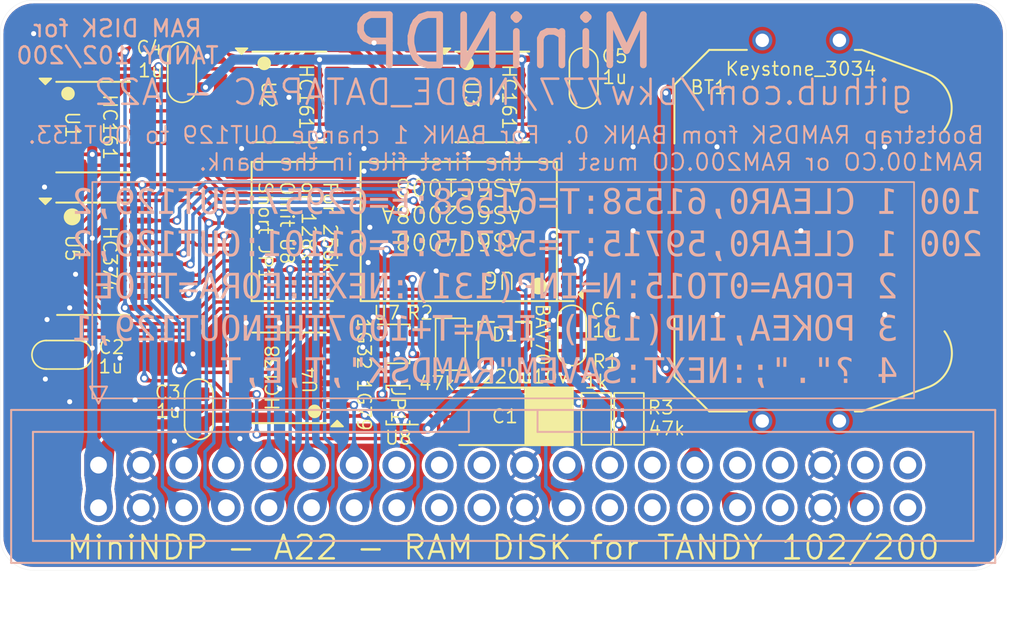
<source format=kicad_pcb>
(kicad_pcb (version 20240108) (generator "pcbnew") (generator_version "8.0")
  (title_block (title "MiniNDP") (date "2024-11-27") (rev "A22") (company "Brian K. White - b.kenyon.w@gmail.com") (comment 1 "github.com/bkw777/NODE_DATAPAC"))
  (layers (0 "F.Cu" signal) (31 "B.Cu" signal) (34 "B.Paste" user) (35 "F.Paste" user) (36 "B.SilkS" user "B.Silkscreen") (37 "F.SilkS" user "F.Silkscreen") (38 "B.Mask" user) (39 "F.Mask" user) (44 "Edge.Cuts" user))
  (net 0 "")
  (net 1 "GND")
  (net 2 "VMEM")
  (net 3 "VBUS")
  (net 4 "/AD0")
  (net 5 "/AD1")
  (net 6 "/AD2")
  (net 7 "/AD3")
  (net 8 "/AD4")
  (net 9 "/AD5")
  (net 10 "/AD6")
  (net 11 "/AD7")
  (net 12 "/A8")
  (net 13 "/A9")
  (net 14 "/A10")
  (net 15 "/A11")
  (net 16 "/A12")
  (net 17 "/A13")
  (net 18 "/A14")
  (net 19 "/A15")
  (net 20 "/~{RD}")
  (net 21 "/RAMRST")
  (net 22 "/~{Y0}")
  (net 23 "/(A)")
  (net 29 "/~{BLOCK}")
  (net 30 "/~{BYTE}")
  (net 31 "/TC0")
  (net 34 "/BUS_A10")
  (net 38 "/A5")
  (net 39 "/A6")
  (net 40 "/TC1")
  (net 41 "/~{CE}")
  (net 42 "/A7")
  (net 43 "+BATT")
  (net 44 "/BUS_A8")
  (net 45 "/BUS_A9")
  (net 46 "/A16")
  (net 47 "/A17")
  (net 48 "/A0")
  (net 49 "/A1")
  (net 50 "/A2")
  (net 51 "/A3")
  (net 52 "/A4")
  (net 65 "/A18")
  (net 68 "/~{WR}")
  (net 69 "Net-(C1-Pad1)")
  (footprint "000_LOCAL:CP_6032" (layer "F.Cu") (at 152.331 110.85 180)
    (property "Reference" "C1")
    (property "Value" "220u10v")
  )
  (footprint "000_LOCAL:TSSOP-16" (layer "F.Cu") (at 139.2 108.55 180)
    (property "Reference" "U4")
    (property "Value" "HC138")
  )
  (footprint "000_LOCAL:SOT-23" (layer "F.Cu") (at 152.05 105.975 90)
    (property "Reference" "D1")
    (property "Value" "BAV70")
  )
  (footprint "000_LOCAL:Fiducial_0.75_1.5" (layer "F.Cu") (at 179.95 88.025 180)
    (property "Reference" "F3" (hide yes))
    (property "Value" "Fiducial_0.75_1.5" (hide yes))
  )
  (footprint "000_LOCAL:TSSOP-16" (layer "F.Cu") (at 139.2 91.8)
    (property "Reference" "U2")
    (property "Value" "HC161")
  )
  (footprint "000_LOCAL:C_0805" (layer "F.Cu") (at 133.8 110.425 90)
    (property "Reference" "C3")
    (property "Value" "1u")
  )
  (footprint "000_LOCAL:C_0805" (layer "F.Cu") (at 156.05 106.025 -90)
    (property "Reference" "C6")
    (property "Value" "1u")
  )
  (footprint "000_LOCAL:R_0805" (layer "F.Cu") (at 148.8 106.525 -90)
    (property "Reference" "R2")
    (property "Value" "47k")
  )
  (footprint "000_LOCAL:SOT-353_SC-70-5" (layer "F.Cu") (at 145.675 106.525)
    (property "Reference" "U7")
    (property "Value" "1G32")
  )
  (footprint "000_LOCAL:SOT-353_SC-70-5" (layer "F.Cu") (at 145.675 110.175 180)
    (property "Reference" "U8")
    (property "Value" "1G79")
  )
  (footprint "000_LOCAL:R_0805" (layer "F.Cu") (at 157.501 110.974999 -90)
    (property "Reference" "R1")
    (property "Value" "1k")
  )
  (footprint "000_LOCAL:C_0805" (layer "F.Cu") (at 132.8 90.325 90)
    (property "Reference" "C4")
    (property "Value" "1u")
  )
  (footprint "000_LOCAL:TSSOP-16" (layer "F.Cu") (at 151.3 91.8)
    (property "Reference" "U3")
    (property "Value" "HC161")
  )
  (footprint "000_LOCAL:Fiducial_0.75_1.5" (layer "F.Cu") (at 123.95 118.025)
    (property "Reference" "F3" (hide yes))
    (property "Value" "Fiducial_0.75_1.5" (hide yes))
  )
  (footprint "000_LOCAL:SolderJumper-2_Open 0.65mm" (layer "F.Cu") (at 144.725 110.175 90)
    (property "Reference" "JP1")
    (property "Value" "256k")
  )
  (footprint "000_LOCAL:Fiducial_0.75_1.5" (layer "F.Cu") (at 179.95 118.025 90)
    (property "Reference" "F3" (hide yes))
    (property "Value" "Fiducial_0.75_1.5" (hide yes))
  )
  (footprint "000_LOCAL:Keystone_3028_3034" (layer "F.Cu") (at 169.7 99.775 90)
    (property "Reference" "BT1")
    (property "Value" "Keystone_3034")
  )
  (footprint "000_LOCAL:TSOP32-dual" (layer "F.Cu") (at 149.3 99.825 180)
    (property "Reference" "U6")
    (property "Value" "AS6C4008")
  )
  (footprint "000_LOCAL:R_0805" (layer "F.Cu") (at 159.45 110.975 -90)
    (property "Reference" "R3")
    (property "Value" "47k")
  )
  (footprint "000_LOCAL:TSSOP-16" (layer "F.Cu") (at 127.5 93.6)
    (property "Reference" "U1")
    (property "Value" "HC161")
  )
  (footprint "000_LOCAL:C_0805" (layer "F.Cu") (at 156.75 90.675 -90)
    (property "Reference" "C5")
    (property "Value" "1u")
  )
  (footprint "000_LOCAL:C_0805" (layer "F.Cu") (at 125.65 107.175 180)
    (property "Reference" "C2")
    (property "Value" "1u")
  )
  (footprint "000_LOCAL:TSSOP-20" (layer "F.Cu") (at 127.5 101.45)
    (property "Reference" "U5")
    (property "Value" "HC374")
  )
  (footprint "000_LOCAL:MiniNDP_Cover" (layer "F.Cu") (at 151.95 103.025)
    (property "Reference" "N1")
    (property "Value" "MiniNDP_Cover")
  )
  (footprint "000_LOCAL:IDC-Header_2x20_P2.54mm_Vertical" (layer "B.Cu") (at 127.82 113.755 -90)
    (property "Reference" "J1" (hide yes))
    (property "Value" "Conn_02x20_Odd_Even")
  )
  (gr_rect (start 127.45 96.875) (end 176.45 109.775) (stroke (width 0.1)) (fill none) (layer "B.SilkS"))
  (gr_line (start 123.95 86.025) (end 179.95 86.025) (stroke (width 0.01)) (layer "Edge.Cuts"))
  (gr_arc (start 121.95 88.025) (mid 122.535786 86.610786) (end 123.95 86.025) (stroke (width 0.01)) (layer "Edge.Cuts"))
  (gr_line (start 179.95 120.025) (end 123.95 120.025) (stroke (width 0.01)) (layer "Edge.Cuts"))
  (gr_arc (start 179.95 86.024999) (mid 181.364214 86.610786) (end 181.950001 88.025) (stroke (width 0.01)) (layer "Edge.Cuts"))
  (gr_line (start 181.95 88.025) (end 181.95 118.025) (stroke (width 0.01)) (layer "Edge.Cuts"))
  (gr_arc (start 181.950001 118.025) (mid 181.364214 119.439214) (end 179.95 120.025001) (stroke (width 0.01)) (layer "Edge.Cuts"))
  (gr_line (start 121.95 118.025) (end 121.95 88.025) (stroke (width 0.01)) (layer "Edge.Cuts"))
  (gr_arc (start 123.95 120.025001) (mid 122.535786 119.439214) (end 121.949999 118.025) (stroke (width 0.01)) (layer "Edge.Cuts"))
  (gr_text "${TITLE}" (at 151.95 88.525 0) (layer "B.SilkS") (effects (font (size 3 3) (thickness 0.4)) (justify mirror)))
  (gr_text "${COMMENT1} - ${REVISION}" (at 151.95 91.525 0) (layer "B.SilkS") (effects (font (size 1.5 1.5)) (justify mirror)))
  (gr_text "Bootstrap RAMDSK from BANK 0.  For BANK 1 change OUT129 to OUT133.\nRAM100.CO or RAM200.CO must be the first file in the bank." (at 180.7 96.275 0) (layer "B.SilkS") (effects (font (size 1 1) (thickness 0.12)) (justify left bottom mirror)))
  (gr_text "RAM DISK for\nTANDY 102/200" (at 128.95 88.525 0) (layer "B.SilkS") (effects (font (size 1 1)) (justify mirror)))
  (gr_text "100 1 CLEAR0,61558:T=61558:E=62957:OUT129,2\n200 1 CLEAR0,59715:T=59715:E=61101:OUT129,2\n    2 FORA=0TO15:N=INP(131):NEXT:FORA=TTOE\n    3 POKEA,INP(131):IFA=T+1007THENOUT129,1\n    4 ?{dblquote}.{dblquote};:NEXT:SAVEM{dblquote}RAMDSK{dblquote},T,E,T" (at 180.55 97.275 0) (layer "B.SilkS") (effects (font (size 1.5 1.5) (thickness 0.1)) (justify left top mirror)))
  (gr_text "AS6C2008A\nAS6C1008" (at 153.15 99.375 180) (layer "F.SilkS") (effects (font (size 1 1) (thickness 0.1)) (justify left top)))
  (gr_text "${TITLE} - ${REVISION} - RAM DISK for TANDY 102/200" (at 151.95 118.675 0) (layer "F.SilkS") (effects (font (size 1.4 1.4))))
  (gr_text "For 256k\nor 128k:\nOmit U8\nShort JP1" (at 142.1 96.775 270) (layer "F.SilkS") (effects (font (size 0.8 0.8) (thickness 0.1)) (justify left top)))
  (segment (start 147.5 92.125) (end 149.4 92.125) (width 0.2) (layer "F.Cu") (net 1))
  (segment (start 143 109.525) (end 141.1 109.525) (width 0.35) (layer "F.Cu") (net 1))
  (segment (start 147.55 109.525) (end 147.9 109.875) (width 0.4) (layer "F.Cu") (net 1))
  (segment (start 135.4 92.125) (end 137.3 92.125) (width 0.2) (layer "F.Cu") (net 1))
  (segment (start 135.4 91.475) (end 137.3 91.475) (width 0.2) (layer "F.Cu") (net 1))
  (segment (start 147.5 91.475) (end 149.4 91.475) (width 0.2) (layer "F.Cu") (net 1))
  (segment (start 143 108.875) (end 141.1 108.875) (width 0.35) (layer "F.Cu") (net 1))
  (segment (start 147.9 109.875) (end 149.8685 109.875) (width 0.4) (layer "F.Cu") (net 1))
  (segment (start 123.7 93.275) (end 125.6 93.275) (width 0.2) (layer "F.Cu") (net 1))
  (segment (start 123.7 93.925) (end 125.6 93.925) (width 0.2) (layer "F.Cu") (net 1))
  (segment (start 146.625 109.525) (end 147.55 109.525) (width 0.4) (layer "F.Cu") (net 1))
  (segment (start 149.8685 109.875) (end 149.8685 110.85) (width 0.4) (layer "F.Cu") (net 1))
  (via (at 136.625 105.275) (size 0.5) (drill 0.3) (layers "F.Cu" "B.Cu") (net 1))
  (via (at 169.7 99.775) (size 0.5) (drill 0.3) (layers "F.Cu" "B.Cu") (net 1))
  (via (at 164.7 94.775) (size 0.5) (drill 0.3) (layers "F.Cu" "B.Cu") (net 1))
  (via (at 145.7 104.925) (size 0.5) (drill 0.3) (layers "F.Cu" "B.Cu") (net 1))
  (via (at 159.7 99.775) (size 0.5) (drill 0.3) (layers "F.Cu" "B.Cu") (net 1))
  (via (at 130.525 89.25) (size 0.5) (drill 0.3) (layers "F.Cu" "B.Cu") (net 1))
  (via (at 151.6 102.175) (size 0.5) (drill 0.3) (layers "F.Cu" "B.Cu") (net 1))
  (via (at 174.7 94.775) (size 0.5) (drill 0.3) (layers "F.Cu" "B.Cu") (net 1))
  (via (at 139.175 91.825) (size 0.5) (drill 0.3) (layers "F.Cu" "B.Cu") (net 1))
  (via (at 136.25 112.175) (size 0.5) (drill 0.3) (layers "F.Cu" "B.Cu") (net 1))
  (via (at 136.35 94.875) (size 0.5) (drill 0.3) (layers "F.Cu" "B.Cu") (net 1))
  (via (at 144.25 88.575) (size 0.5) (drill 0.3) (layers "F.Cu" "B.Cu") (net 1))
  (via (at 159.7 94.775) (size 0.5) (drill 0.3) (layers "F.Cu" "B.Cu") (net 1))
  (via (at 132.35 112.325) (size 0.5) (drill 0.3) (layers "F.Cu" "B.Cu") (net 1))
  (via (at 151.6 91.825) (size 0.5) (drill 0.3) (layers "F.Cu" "B.Cu") (net 1))
  (via (at 155.85 107.875) (size 0.5) (drill 0.3) (layers "F.Cu" "B.Cu") (net 1))
  (via (at 126.45 102.375) (size 0.5) (drill 0.3) (layers "F.Cu" "B.Cu") (net 1))
  (via (at 130 109.875) (size 0.5) (drill 0.3) (layers "F.Cu" "B.Cu") (net 1))
  (via (at 124.65 108.625) (size 0.5) (drill 0.3) (layers "F.Cu" "B.Cu") (net 1))
  (via (at 134.3 89.375) (size 0.5) (drill 0.3) (layers "F.Cu" "B.Cu") (net 1))
  (via (at 158.7 107.175) (size 0.5) (drill 0.3) (layers "F.Cu" "B.Cu") (net 1))
  (via (at 143.65 108.875) (size 0.5) (drill 0.3) (layers "F.Cu" "B.Cu") (net 1))
  (via (at 144.2 104.925) (size 0.5) (drill 0.3) (layers "F.Cu" "B.Cu") (net 1))
  (via (at 145.65 107.125) (size 0.5) (drill 0.3) (layers "F.Cu" "B.Cu") (net 1))
  (via (at 164.7 104.775) (size 0.5) (drill 0.3) (layers "F.Cu" "B.Cu") (net 1))
  (via (at 123.95 88.025) (size 0.5) (drill 0.3) (layers "F.Cu" "B.Cu") (net 1))
  (via (at 154.05 107.475) (size 0.5) (drill 0.3) (layers "F.Cu" "B.Cu") (net 1))
  (via (at 124.6 97.175) (size 0.5) (drill 0.3) (layers "F.Cu" "B.Cu") (net 1))
  (via (at 147.95 102.175) (size 0.5) (drill 0.3) (layers "F.Cu" "B.Cu") (net 1))
  (via (at 159.7 104.775) (size 0.5) (drill 0.3) (layers "F.Cu" "B.Cu") (net 1))
  (via (at 149.875 95.175) (size 0.5) (drill 0.3) (layers "F.Cu" "B.Cu") (net 1))
  (via (at 126.1 104.375) (size 0.5) (drill 0.3) (layers "F.Cu" "B.Cu") (net 1))
  (via (at 132.5 110.425) (size 0.5) (drill 0.3) (layers "F.Cu" "B.Cu") (net 1))
  (via (at 137.3 99.575) (size 0.5) (drill 0.3) (layers "F.Cu" "B.Cu") (net 1))
  (via (at 152.2 95.175) (size 0.5) (drill 0.3) (layers "F.Cu" "B.Cu") (net 1))
  (via (at 138.625 105.275) (size 0.5) (drill 0.3) (layers "F.Cu" "B.Cu") (net 1))
  (via (at 147.35 104.875) (size 0.5) (drill 0.3) (layers "F.Cu" "B.Cu") (net 1))
  (via (at 143.65 96.225) (size 0.5) (drill 0.3) (layers "F.Cu" "B.Cu") (net 1))
  (via (at 152.35 105.875) (size 0.5) (drill 0.3) (layers "F.Cu" "B.Cu") (net 1))
  (via (at 126.1 109.975) (size 0.5) (drill 0.3) (layers "F.Cu" "B.Cu") (net 1))
  (via (at 133.45 107.125) (size 0.5) (drill 0.3) (layers "F.Cu" "B.Cu") (net 1))
  (via (at 143.575 106.725) (size 0.5) (drill 0.3) (layers "F.Cu" "B.Cu") (net 1))
  (via (at 174.7 104.775) (size 0.5) (drill 0.3) (layers "F.Cu" "B.Cu") (net 1))
  (via (at 143.65 94.875) (size 0.5) (drill 0.3) (layers "F.Cu" "B.Cu") (net 1))
  (via (at 138.625 109.2) (size 0.5) (drill 0.3) (layers "F.Cu" "B.Cu") (net 1))
  (via (at 129.1 107.375) (size 0.5) (drill 0.3) (layers "F.Cu" "B.Cu") (net 1))
  (via (at 128.55 102.075) (size 0.5) (drill 0.3) (layers "F.Cu" "B.Cu") (net 1))
  (via (at 145.7 108.875) (size 0.5) (drill 0.3) (layers "F.Cu" "B.Cu") (net 1))
  (via (at 143.9 101.675) (size 0.5) (drill 0.3) (layers "F.Cu" "B.Cu") (net 1))
  (via (at 144 99.575) (size 0.5) (drill 0.3) (layers "F.Cu" "B.Cu") (net 1))
  (via (at 124.75 105.075) (size 0.5) (drill 0.3) (layers "F.Cu" "B.Cu") (net 1))
  (segment (start 148.500001 105.875) (end 146.625 105.875) (width 0.4) (layer "F.Cu") (net 2))
  (segment (start 148.8 105.575001) (end 149.550001 104.825) (width 0.6) (layer "F.Cu") (net 2))
  (segment (start 148.8 105.575001) (end 148.500001 105.875) (width 0.4) (layer "F.Cu") (net 2))
  (segment (start 154.95 105.125) (end 156.05 105.125) (width 0.6) (layer "F.Cu") (net 2))
  (segment (start 154.65 104.825) (end 152.05 104.825) (width 0.6) (layer "F.Cu") (net 2))
  (segment (start 157.250001 110.025001) (end 159.45 110.025001) (width 0.2) (layer "F.Cu") (net 2))
  (segment (start 156.45 110.025) (end 157.25 110.025) (width 0.6) (layer "F.Cu") (net 2))
  (segment (start 154.95 105.125) (end 154.65 104.825) (width 0.6) (layer "F.Cu") (net 2))
  (segment (start 149.550001 104.825) (end 152.05 104.825) (width 0.6) (layer "F.Cu") (net 2))
  (segment (start 157.25 110.025) (end 157.250001 110.025001) (width 0.2) (layer "F.Cu") (net 2))
  (segment (start 154.95 100.075) (end 155.8 100.075) (width 0.3) (layer "F.Cu") (net 2))
  (via (at 154.95 105.125) (size 0.5) (drill 0.3) (layers "F.Cu" "B.Cu") (net 2))
  (via (at 154.95 100.075) (size 0.5) (drill 0.3) (layers "F.Cu" "B.Cu") (net 2))
  (via (at 156.45 110.025) (size 0.5) (drill 0.3) (layers "F.Cu" "B.Cu") (net 2))
  (segment (start 154.95 105.125) (end 154.95 108.525) (width 0.6) (layer "B.Cu") (net 2))
  (segment (start 154.95 105.125) (end 154.95 100.075) (width 0.6) (layer "B.Cu") (net 2))
  (segment (start 154.95 108.525) (end 156.45 110.025) (width 0.6) (layer "B.Cu") (net 2))
  (segment (start 127.45 93) (end 127.45 95.225) (width 0.6) (layer "F.Cu") (net 3))
  (segment (start 127.82 116.295) (end 127.82 113.755) (width 1.4) (layer "F.Cu") (net 3))
  (segment (start 134.05 111.325) (end 134.45 110.925) (width 0.6) (layer "F.Cu") (net 3))
  (segment (start 129.45 111.325) (end 134.05 111.325) (width 0.6) (layer "F.Cu") (net 3))
  (segment (start 126.95 106.775) (end 126.55 107.175) (width 0.6) (layer "F.Cu") (net 3))
  (segment (start 127.45 95.675) (end 127.45 95.225) (width 0.2) (layer "F.Cu") (net 3))
  (segment (start 130.35 95.875) (end 127.65 95.875) (width 0.2) (layer "F.Cu") (net 3))
  (segment (start 153.05 89.575) (end 153.1 89.525) (width 0.35) (layer "F.Cu") (net 3))
  (segment (start 127.65 95.875) (end 127.45 95.675) (width 0.2) (layer "F.Cu") (net 3))
  (segment (start 154.4875 89.525) (end 156.5 89.525) (width 0.35) (layer "F.Cu") (net 3))
  (segment (start 141 89.575) (end 141.05 89.525) (width 0.4) (layer "F.Cu") (net 3))
  (segment (start 129.225 91.225) (end 127.45 93) (width 0.6) (layer "F.Cu") (net 3))
  (segment (start 127.82 113.755) (end 128.4 113.175) (width 0.6) (layer "F.Cu") (net 3))
  (segment (start 156.5 89.525) (end 156.75 89.775) (width 0.35) (layer "F.Cu") (net 3))
  (segment (start 128.4 113.175) (end 128.4 112.375) (width 0.6) (layer "F.Cu") (net 3))
  (segment (start 151.1 107.925) (end 151.1 107.125) (width 0.6) (layer "F.Cu") (net 3))
  (segment (start 144.725 111.575) (end 144.725 110.825) (width 0.4) (layer "F.Cu") (net 3))
  (segment (start 130.35 95.225) (end 127.45 95.225) (width 0.2) (layer "F.Cu") (net 3))
  (segment (start 127.45 106.775) (end 126.95 106.775) (width 0.6) (layer "F.Cu") (net 3))
  (segment (start 127.45 100.225) (end 129.15 98.525) (width 0.4) (layer "F.Cu") (net 3))
  (segment (start 134.45 110.925) (end 139.25 110.925) (width 0.6) (layer "F.Cu") (net 3))
  (segment (start 153.1 94.075) (end 154.15 94.075) (width 0.2) (layer "F.Cu") (net 3))
  (segment (start 132.8 91.225) (end 129.225 91.225) (width 0.6) (layer "F.Cu") (net 3))
  (segment (start 153.1 89.525) (end 154.15 89.525) (width 0.35) (layer "F.Cu") (net 3))
  (segment (start 139.9 111.575) (end 147.45 111.575) (width 0.6) (layer "F.Cu") (net 3))
  (segment (start 128.4 112.375) (end 129.45 111.325) (width 0.6) (layer "F.Cu") (net 3))
  (segment (start 139.25 110.925) (end 139.9 111.575) (width 0.6) (layer "F.Cu") (net 3))
  (segment (start 129.15 98.525) (end 130.35 98.525) (width 0.4) (layer "F.Cu") (net 3))
  (segment (start 141.05 89.525) (end 142.05 89.525) (width 0.4) (layer "F.Cu") (net 3))
  (segment (start 127.45 95.225) (end 124.65 95.225) (width 0.2) (layer "F.Cu") (net 3))
  (segment (start 132.8 91.225) (end 134.2 91.225) (width 0.6) (layer "F.Cu") (net 3))
  (segment (start 141 94.075) (end 142.05 94.075) (width 0.2) (layer "F.Cu") (net 3))
  (via (at 141 89.575) (size 0.5) (drill 0.3) (layers "F.Cu" "B.Cu") (net 3))
  (via (at 141 94.075) (size 0.5) (drill 0.3) (layers "F.Cu" "B.Cu") (net 3))
  (via (at 147.45 111.575) (size 0.5) (drill 0.3) (layers "F.Cu" "B.Cu") (net 3))
  (via (at 153.05 89.575) (size 0.5) (drill 0.3) (layers "F.Cu" "B.Cu") (net 3))
  (via (at 151.1 107.925) (size 0.5) (drill 0.3) (layers "F.Cu" "B.Cu") (net 3))
  (via (at 127.45 106.775) (size 0.5) (drill 0.3) (layers "F.Cu" "B.Cu") (net 3))
  (via (at 127.45 100.225) (size 0.5) (drill 0.3) (layers "F.Cu" "B.Cu") (net 3))
  (via (at 153.1 94.075) (size 0.5) (drill 0.3) (layers "F.Cu" "B.Cu") (net 3))
  (via (at 134.2 91.225) (size 0.5) (drill 0.3) (layers "F.Cu" "B.Cu") (net 3))
  (via (at 127.45 95.225) (size 0.5) (drill 0.3) (layers "F.Cu" "B.Cu") (net 3))
  (segment (start 153.1 89.625) (end 153.1 94.075) (width 0.2) (layer "B.Cu") (net 3))
  (segment (start 151.1 107.925) (end 147.45 111.575) (width 0.6) (layer "B.Cu") (net 3))
  (segment (start 127.45 113.385) (end 127.45 106.725) (width 0.6) (layer "B.Cu") (net 3))
  (segment (start 127.45 95.225) (end 127.45 100.225) (width 0.6) (layer "B.Cu") (net 3))
  (segment (start 135.85 89.575) (end 141 89.575) (width 0.6) (layer "B.Cu") (net 3))
  (segment (start 153.05 89.575) (end 141 89.575) (width 0.6) (layer "B.Cu") (net 3))
  (segment (start 141 94.075) (end 141 89.575) (width 0.2) (layer "B.Cu") (net 3))
  (segment (start 153.05 89.575) (end 153.1 89.625) (width 0.2) (layer "B.Cu") (net 3))
  (segment (start 127.82 113.755) (end 127.45 113.385) (width 0.6) (layer "B.Cu") (net 3))
  (segment (start 127.45 100.225) (end 127.45 106.725) (width 0.6) (layer "B.Cu") (net 3))
  (segment (start 127.82 116.295) (end 127.82 113.755) (width 1.4) (layer "B.Cu") (net 3))
  (segment (start 134.2 91.225) (end 135.85 89.575) (width 0.6) (layer "B.Cu") (net 3))
  (segment (start 142.8 98.075) (end 136.3 98.075) (width 0.2) (layer "F.Cu") (net 4))
  (segment (start 134.05 97.025) (end 130.425 97.025) (width 0.2) (layer "F.Cu") (net 4))
  (segment (start 136.3 98.075) (end 135.1 98.075) (width 0.2) (layer "F.Cu") (net 4))
  (segment (start 130.425 97.025) (end 128.475 97.025) (width 0.2) (layer "F.Cu") (net 4))
  (segment (start 128.475 97.025) (end 125.675 99.825) (width 0.2) (layer "F.Cu") (net 4))
  (segment (start 125.675 99.825) (end 124.65 99.825) (width 0.2) (layer "F.Cu") (net 4))
  (segment (start 135.1 98.075) (end 134.05 97.025) (width 0.2) (layer "F.Cu") (net 4))
  (via (at 130.425 97.025) (size 0.5) (drill 0.3) (layers "F.Cu" "B.Cu") (net 4))
  (segment (start 130.425 97.025) (end 130.425 104.2) (width 0.2) (layer "B.Cu") (net 4))
  (segment (start 130.425 104.2) (end 131.63 105.405) (width 0.2) (layer "B.Cu") (net 4))
  (segment (start 131.63 105.405) (end 131.63 115.025) (width 0.2) (layer "B.Cu") (net 4))
  (segment (start 131.63 115.025) (end 132.9 116.295) (width 0.2) (layer "B.Cu") (net 4))
  (segment (start 126.7 101.125) (end 125.4 102.425) (width 0.2) (layer "F.Cu") (net 5))
  (segment (start 136.35 99.025) (end 142.75 99.025) (width 0.2) (layer "F.Cu") (net 5))
  (segment (start 125.4 102.425) (end 124.65 102.425) (width 0.2) (layer "F.Cu") (net 5))
  (segment (start 135.45 99.125) (end 136.25 99.125) (width 0.2) (layer "F.Cu") (net 5))
  (segment (start 128.8 97.975) (end 126.7 100.075) (width 0.2) (layer "F.Cu") (net 5))
  (segment (start 133.05 97.975) (end 128.8 97.975) (width 0.2) (layer "F.Cu") (net 5))
  (segment (start 142.75 99.025) (end 142.8 99.075) (width 0.2) (layer "F.Cu") (net 5))
  (segment (start 134.4 99.325) (end 135.25 99.325) (width 0.2) (layer "F.Cu") (net 5))
  (segment (start 134.4 99.325) (end 133.05 97.975) (width 0.2) (layer "F.Cu") (net 5))
  (segment (start 135.25 99.325) (end 135.45 99.125) (width 0.2) (layer "F.Cu") (net 5))
  (segment (start 126.7 100.075) (end 126.7 101.125) (width 0.2) (layer "F.Cu") (net 5))
  (segment (start 136.25 99.125) (end 136.35 99.025) (width 0.2) (layer "F.Cu") (net 5))
  (via (at 134.4 99.325) (size 0.5) (drill 0.3) (layers "F.Cu" "B.Cu") (net 5))
  (segment (start 134.4 99.325) (end 134.25 99.475) (width 0.2) (layer "B.Cu") (net 5))
  (segment (start 132.9 113.425) (end 132.9 113.755) (width 0.2) (layer "B.Cu") (net 5))
  (segment (start 134.25 112.075) (end 132.9 113.425) (width 0.2) (layer "B.Cu") (net 5))
  (segment (start 134.25 99.475) (end 134.25 112.075) (width 0.2) (layer "B.Cu") (net 5))
  (segment (start 135 98.725) (end 133.85 97.575) (width 0.2) (layer "F.Cu") (net 6))
  (segment (start 125.675 100.475) (end 124.65 100.475) (width 0.2) (layer "F.Cu") (net 6))
  (segment (start 136.1 98.575) (end 135.15 98.575) (width 0.2) (layer "F.Cu") (net 6))
  (segment (start 136.3 98.575) (end 142.8 98.575) (width 0.2) (layer "F.Cu") (net 6))
  (segment (start 133.85 97.575) (end 128.575 97.575) (width 0.2) (layer "F.Cu") (net 6))
  (segment (start 135.15 98.575) (end 135 98.725) (width 0.2) (layer "F.Cu") (net 6))
  (segment (start 128.575 97.575) (end 125.675 100.475) (width 0.2) (layer "F.Cu") (net 6))
  (via (at 135 98.725) (size 0.5) (drill 0.3) (layers "F.Cu" "B.Cu") (net 6))
  (segment (start 134.7 99.85) (end 134.7 112.425) (width 0.2) (layer "B.Cu") (net 6))
  (segment (start 135 99.55) (end 134.7 99.85) (width 0.2) (layer "B.Cu") (net 6))
  (segment (start 134.7 112.425) (end 134.17 112.955) (width 0.2) (layer "B.Cu") (net 6))
  (segment (start 134.17 112.955) (end 134.17 115.025) (width 0.2) (layer "B.Cu") (net 6))
  (segment (start 135 98.725) (end 135 99.55) (width 0.2) (layer "B.Cu") (net 6))
  (segment (start 134.17 115.025) (end 135.44 116.295) (width 0.2) (layer "B.Cu") (net 6))
  (segment (start 136.3 100.075) (end 135.3 100.075) (width 0.2) (layer "F.Cu") (net 7))
  (segment (start 142.8 100.075) (end 142.75 100.025) (width 0.2) (layer "F.Cu") (net 7))
  (segment (start 135.3 100.075) (end 134.05 100.075) (width 0.2) (layer "F.Cu") (net 7))
  (segment (start 142.75 100.025) (end 137.85 100.025) (width 0.2) (layer "F.Cu") (net 7))
  (segment (start 134.05 100.075) (end 133.8 99.825) (width 0.2) (layer "F.Cu") (net 7))
  (segment (start 137.85 100.025) (end 137.75 100.125) (width 0.2) (layer "F.Cu") (net 7))
  (segment (start 133.8 99.825) (end 130.35 99.825) (width 0.2) (layer "F.Cu") (net 7))
  (segment (start 136.35 100.125) (end 136.3 100.075) (width 0.2) (layer "F.Cu") (net 7))
  (segment (start 137.75 100.125) (end 136.35 100.125) (width 0.2) (layer "F.Cu") (net 7))
  (via (at 135.3 100.075) (size 0.5) (drill 0.3) (layers "F.Cu" "B.Cu") (net 7))
  (segment (start 135.3 113.615) (end 135.44 113.755) (width 0.2) (layer "B.Cu") (net 7))
  (segment (start 135.3 100.075) (end 135.3 113.615) (width 0.2) (layer "B.Cu") (net 7))
  (segment (start 126.65 103.075) (end 124.65 103.075) (width 0.2) (layer "F.Cu") (net 8))
  (segment (start 136.3 102.075) (end 136.25 102.125) (width 0.2) (layer "F.Cu") (net 8))
  (segment (start 135.475 102.125) (end 132.675 104.925) (width 0.2) (layer "F.Cu") (net 8))
  (segment (start 128.5 104.925) (end 126.65 103.075) (width 0.2) (layer "F.Cu") (net 8))
  (segment (start 136.35 102.125) (end 136.3 102.075) (width 0.2) (layer "F.Cu") (net 8))
  (segment (start 139.2 102.125) (end 136.35 102.125) (width 0.2) (layer "F.Cu") (net 8))
  (segment (start 132.675 104.925) (end 128.5 104.925) (width 0.2) (layer "F.Cu") (net 8))
  (segment (start 136.25 102.125) (end 135.475 102.125) (width 0.2) (layer "F.Cu") (net 8))
  (segment (start 139.25 102.075) (end 142.8 102.075) (width 0.2) (layer "F.Cu") (net 8))
  (segment (start 139.25 102.075) (end 139.2 102.125) (width 0.2) (layer "F.Cu") (net 8))
  (via (at 139.25 102.075) (size 0.5) (drill 0.3) (layers "F.Cu" "B.Cu") (net 8))
  (segment (start 139.25 102.075) (end 139.25 115.025) (width 0.2) (layer "B.Cu") (net 8))
  (segment (start 139.25 115.025) (end 137.98 116.295) (width 0.2) (layer "B.Cu") (net 8))
  (segment (start 135.25 101.575) (end 133.95 102.875) (width 0.2) (layer "F.Cu") (net 9))
  (segment (start 136.3 101.575) (end 135.25 101.575) (width 0.2) (layer "F.Cu") (net 9))
  (segment (start 132.75 102.875) (end 132.55 103.075) (width 0.2) (layer "F.Cu") (net 9))
  (segment (start 133.95 102.875) (end 132.75 102.875) (width 0.2) (layer "F.Cu") (net 9))
  (segment (start 139.65 101.525) (end 138.03 101.525) (width 0.2) (layer "F.Cu") (net 9))
  (segment (start 139.75 101.625) (end 139.65 101.525) (width 0.2) (layer "F.Cu") (net 9))
  (segment (start 138.03 101.525) (end 137.98 101.575) (width 0.2) (layer "F.Cu") (net 9))
  (segment (start 142.8 101.575) (end 142.75 101.625) (width 0.2) (layer "F.Cu") (net 9))
  (segment (start 142.75 101.625) (end 139.75 101.625) (width 0.2) (layer "F.Cu") (net 9))
  (segment (start 132.55 103.075) (end 130.35 103.075) (width 0.2) (layer "F.Cu") (net 9))
  (segment (start 137.98 101.575) (end 136.3 101.575) (width 0.2) (layer "F.Cu") (net 9))
  (via (at 137.98 101.575) (size 0.5) (drill 0.3) (layers "F.Cu" "B.Cu") (net 9))
  (segment (start 137.98 101.575) (end 137.98 113.755) (width 0.2) (layer "B.Cu") (net 9))
  (segment (start 141.3 100.575) (end 142.8 100.575) (width 0.2) (layer "F.Cu") (net 10))
  (segment (start 133.65 100.625) (end 133.5 100.475) (width 0.2) (layer "F.Cu") (net 10))
  (segment (start 133.5 100.475) (end 130.35 100.475) (width 0.2) (layer "F.Cu") (net 10))
  (segment (start 136.35 100.525) (end 136.3 100.575) (width 0.2) (layer "F.Cu") (net 10))
  (segment (start 141.3 100.575) (end 141.25 100.525) (width 0.2) (layer "F.Cu") (net 10))
  (segment (start 136.25 100.625) (end 133.65 100.625) (width 0.2) (layer "F.Cu") (net 10))
  (segment (start 141.25 100.525) (end 136.35 100.525) (width 0.2) (layer "F.Cu") (net 10))
  (segment (start 136.3 100.575) (end 136.25 100.625) (width 0.2) (layer "F.Cu") (net 10))
  (via (at 141.3 100.575) (size 0.5) (drill 0.3) (layers "F.Cu" "B.Cu") (net 10))
  (segment (start 141.3 100.575) (end 141.3 112.125) (width 0.2) (layer "B.Cu") (net 10))
  (segment (start 141.8 112.625) (end 141.8 115.015) (width 0.2) (layer "B.Cu") (net 10))
  (segment (start 141.8 115.015) (end 140.52 116.295) (width 0.2) (layer "B.Cu") (net 10))
  (segment (start 141.3 112.125) (end 141.8 112.625) (width 0.2) (layer "B.Cu") (net 10))
  (segment (start 140.25 101.075) (end 140.3 101.125) (width 0.2) (layer "F.Cu") (net 11))
  (segment (start 140.2 101.025) (end 136.35 101.025) (width 0.2) (layer "F.Cu") (net 11))
  (segment (start 142.75 101.125) (end 142.8 101.075) (width 0.2) (layer "F.Cu") (net 11))
  (segment (start 136.35 101.025) (end 136.3 101.075) (width 0.2) (layer "F.Cu") (net 11))
  (segment (start 135.075 101.075) (end 133.725 102.425) (width 0.2) (layer "F.Cu") (net 11))
  (segment (start 136.3 101.075) (end 135.075 101.075) (width 0.2) (layer "F.Cu") (net 11))
  (segment (start 140.25 101.075) (end 140.2 101.025) (width 0.2) (layer "F.Cu") (net 11))
  (segment (start 140.3 101.125) (end 142.75 101.125) (width 0.2) (layer "F.Cu") (net 11))
  (segment (start 133.725 102.425) (end 130.35 102.425) (width 0.2) (layer "F.Cu") (net 11))
  (via (at 140.25 101.075) (size 0.5) (drill 0.3) (layers "F.Cu" "B.Cu") (net 11))
  (segment (start 140.25 113.485) (end 140.52 113.755) (width 0.2) (layer "B.Cu") (net 11))
  (segment (start 140.25 101.075) (end 140.25 113.485) (width 0.2) (layer "B.Cu") (net 11))
  (segment (start 155.8 102.575) (end 156.5 102.575) (width 0.2) (layer "F.Cu") (net 12))
  (segment (start 157.2 101.875) (end 157.2 95.575) (width 0.2) (layer "F.Cu") (net 12))
  (segment (start 155.25 93.625) (end 155.25 91.625) (width 0.2) (layer "F.Cu") (net 12))
  (segment (start 155.25 91.625) (end 155.1 91.475) (width 0.2) (layer "F.Cu") (net 12))
  (segment (start 157.2 95.575) (end 155.25 93.625) (width 0.2) (layer "F.Cu") (net 12))
  (segment (start 155.1 91.475) (end 154.15 91.475) (width 0.2) (layer "F.Cu") (net 12))
  (segment (start 156.5 102.575) (end 157.2 101.875) (width 0.2) (layer "F.Cu") (net 12))
  (segment (start 155.65 93.4) (end 157.65 95.4) (width 0.2) (layer "F.Cu") (net 13))
  (segment (start 155.65 91.35) (end 155.65 93.4) (width 0.2) (layer "F.Cu") (net 13))
  (segment (start 157.65 95.4) (end 157.65 102.075) (width 0.2) (layer "F.Cu") (net 13))
  (segment (start 156.65 103.075) (end 155.799999 103.075) (width 0.2) (layer "F.Cu") (net 13))
  (segment (start 154.15 90.825) (end 155.125 90.825) (width 0.2) (layer "F.Cu") (net 13))
  (segment (start 157.65 102.075) (end 156.65 103.075) (width 0.2) (layer "F.Cu") (net 13))
  (segment (start 155.125 90.825) (end 155.65 91.35) (width 0.2) (layer "F.Cu") (net 13))
  (segment (start 136.3 97.575) (end 135.25 97.575) (width 0.2) (layer "F.Cu") (net 14))
  (segment (start 142.8 97.575) (end 136.3 97.575) (width 0.2) (layer "F.Cu") (net 14))
  (segment (start 125.675 99.175) (end 124.65 99.175) (width 0.2) (layer "F.Cu") (net 14))
  (segment (start 135.25 97.575) (end 134.1 96.425) (width 0.2) (layer "F.Cu") (net 14))
  (segment (start 134.1 96.425) (end 128.425 96.425) (width 0.2) (layer "F.Cu") (net 14))
  (segment (start 128.425 96.425) (end 125.675 99.175) (width 0.2) (layer "F.Cu") (net 14))
  (segment (start 154.25 103.575) (end 153.75 104.075) (width 0.2) (layer "F.Cu") (net 15))
  (segment (start 153.75 104.075) (end 144.1 104.075) (width 0.2) (layer "F.Cu") (net 15))
  (segment (start 133.35 106.125) (end 124.25 106.125) (width 0.2) (layer "F.Cu") (net 15))
  (segment (start 143.75 104.425) (end 135.05 104.425) (width 0.2) (layer "F.Cu") (net 15))
  (segment (start 135.05 104.425) (end 133.35 106.125) (width 0.2) (layer "F.Cu") (net 15))
  (segment (start 124.25 106.125) (end 123.05 104.925) (width 0.2) (layer "F.Cu") (net 15))
  (segment (start 123.05 104.925) (end 123.05 101.775) (width 0.2) (layer "F.Cu") (net 15))
  (segment (start 144.1 104.075) (end 143.75 104.425) (width 0.2) (layer "F.Cu") (net 15))
  (segment (start 123.05 101.775) (end 123.7 101.125) (width 0.2) (layer "F.Cu") (net 15))
  (segment (start 155.799999 103.575) (end 154.25 103.575) (width 0.2) (layer "F.Cu") (net 15))
  (segment (start 123.7 101.125) (end 124.65 101.125) (width 0.2) (layer "F.Cu") (net 15))
  (segment (start 143.5 104.025) (end 134.825 104.025) (width 0.2) (layer "F.Cu") (net 16))
  (segment (start 123.45 102.025) (end 123.7 101.775) (width 0.2) (layer "F.Cu") (net 16))
  (segment (start 134.825 104.025) (end 133.125 105.725) (width 0.2) (layer "F.Cu") (net 16))
  (segment (start 133.125 105.725) (end 124.45 105.725) (width 0.2) (layer "F.Cu") (net 16))
  (segment (start 155.12 102.125) (end 153.57 103.675) (width 0.2) (layer "F.Cu") (net 16))
  (segment (start 123.45 104.725) (end 123.45 102.025) (width 0.2) (layer "F.Cu") (net 16))
  (segment (start 123.7 101.775) (end 124.65 101.775) (width 0.2) (layer "F.Cu") (net 16))
  (segment (start 155.75 102.125) (end 155.12 102.125) (width 0.2) (layer "F.Cu") (net 16))
  (segment (start 155.8 102.075) (end 155.75 102.125) (width 0.2) (layer "F.Cu") (net 16))
  (segment (start 153.57 103.675) (end 143.85 103.675) (width 0.2) (layer "F.Cu") (net 16))
  (segment (start 124.45 105.725) (end 123.45 104.725) (width 0.2) (layer "F.Cu") (net 16))
  (segment (start 143.85 103.675) (end 143.5 104.025) (width 0.2) (layer "F.Cu") (net 16))
  (segment (start 148.6 98.575) (end 155.799999 98.575) (width 0.2) (layer "F.Cu") (net 17))
  (segment (start 132.5 99.175) (end 130.35 99.175) (width 0.2) (layer "F.Cu") (net 17))
  (segment (start 146.9 96.875) (end 148.6 98.575) (width 0.2) (layer "F.Cu") (net 17))
  (segment (start 146.6 96.875) (end 146.9 96.875) (width 0.2) (layer "F.Cu") (net 17))
  (via (at 146.6 96.875) (size 0.5) (drill 0.3) (layers "F.Cu" "B.Cu") (net 17))
  (via (at 132.5 99.175) (size 0.5) (drill 0.3) (layers "F.Cu" "B.Cu") (net 17))
  (segment (start 134.2 96.875) (end 146.6 96.875) (width 0.2) (layer "B.Cu") (net 17))
  (segment (start 132.65 98.425) (end 134.2 96.875) (width 0.2) (layer "B.Cu") (net 17))
  (segment (start 132.65 99.025) (end 132.65 98.425) (width 0.2) (layer "B.Cu") (net 17))
  (segment (start 132.5 99.175) (end 132.65 99.025) (width 0.2) (layer "B.Cu") (net 17))
  (segment (start 132.9125 105.325) (end 135.1625 103.075) (width 0.2) (layer "F.Cu") (net 18))
  (segment (start 135.1625 103.075) (end 136.3 103.075) (width 0.2) (layer "F.Cu") (net 18))
  (segment (start 142.8 103.075) (end 136.3 103.075) (width 0.2) (layer "F.Cu") (net 18))
  (segment (start 124.65 103.725) (end 126.675 103.725) (width 0.2) (layer "F.Cu") (net 18))
  (segment (start 128.275 105.325) (end 132.9125 105.325) (width 0.2) (layer "F.Cu") (net 18))
  (segment (start 126.675 103.725) (end 128.275 105.325) (width 0.2) (layer "F.Cu") (net 18))
  (segment (start 133.05 103.675) (end 130.4 103.675) (width 0.2) (layer "F.Cu") (net 19))
  (segment (start 146.05 98.525) (end 148.15 100.625) (width 0.2) (layer "F.Cu") (net 19))
  (segment (start 155.749999 100.625) (end 155.799999 100.575) (width 0.2) (layer "F.Cu") (net 19))
  (segment (start 148.15 100.625) (end 155.749999 100.625) (width 0.2) (layer "F.Cu") (net 19))
  (segment (start 130.4 103.675) (end 130.35 103.725) (width 0.2) (layer "F.Cu") (net 19))
  (segment (start 133.2 103.525) (end 133.05 103.675) (width 0.2) (layer "F.Cu") (net 19))
  (via (at 146.05 98.525) (size 0.5) (drill 0.3) (layers "F.Cu" "B.Cu") (net 19))
  (via (at 133.2 103.525) (size 0.5) (drill 0.3) (layers "F.Cu" "B.Cu") (net 19))
  (segment (start 133.85 99.025) (end 134.8 98.075) (width 0.2) (layer "B.Cu") (net 19))
  (segment (start 145.125 98.075) (end 145.575 98.525) (width 0.2) (layer "B.Cu") (net 19))
  (segment (start 133.85 102.875) (end 133.85 99.025) (width 0.2) (layer "B.Cu") (net 19))
  (segment (start 145.575 98.525) (end 146.05 98.525) (width 0.2) (layer "B.Cu") (net 19))
  (segment (start 134.8 98.075) (end 145.125 98.075) (width 0.2) (layer "B.Cu") (net 19))
  (segment (start 133.2 103.525) (end 133.85 102.875) (width 0.2) (layer "B.Cu") (net 19))
  (segment (start 143.3125 103.575) (end 142.8 103.575) (width 0.2) (layer "F.Cu") (net 20))
  (segment (start 143.6125 103.275) (end 143.3125 103.575) (width 0.2) (layer "F.Cu") (net 20))
  (segment (start 153.15 103.125) (end 153 103.275) (width 0.2) (layer "F.Cu") (net 20))
  (segment (start 136.3 103.575) (end 142.8 103.575) (width 0.2) (layer "F.Cu") (net 20))
  (segment (start 153 103.275) (end 143.6125 103.275) (width 0.2) (layer "F.Cu") (net 20))
  (via (at 153.15 103.125) (size 0.5) (drill 0.3) (layers "F.Cu" "B.Cu") (net 20))
  (segment (start 153.3 103.275) (end 153.3 109.225) (width 0.2) (layer "B.Cu") (net 20))
  (segment (start 153.3 109.225) (end 154.49 110.415) (width 0.2) (layer "B.Cu") (net 20))
  (segment (start 153.15 103.125) (end 153.3 103.275) (width 0.2) (layer "B.Cu") (net 20))
  (segment (start 154.49 110.415) (end 154.49 115.025) (width 0.2) (layer "B.Cu") (net 20))
  (segment (start 154.49 115.025) (end 155.76 116.295) (width 0.2) (layer "B.Cu") (net 20))
  (segment (start 161 108.525) (end 152.4 108.525) (width 0.2) (layer "F.Cu") (net 21))
  (segment (start 147.575 106.525) (end 144.725 106.525) (width 0.2) (layer "F.Cu") (net 21))
  (segment (start 148.524999 107.474999) (end 147.575 106.525) (width 0.2) (layer "F.Cu") (net 21))
  (segment (start 166.495 112.425) (end 164.9 112.425) (width 0.2) (layer "F.Cu") (net 21))
  (segment (start 164.9 112.425) (end 161 108.525) (width 0.2) (layer "F.Cu") (net 21))
  (segment (start 151.75 106.575) (end 151.55 106.375) (width 0.2) (layer "F.Cu") (net 21))
  (segment (start 151.55 106.375) (end 150.225 106.375) (width 0.2) (layer "F.Cu") (net 21))
  (segment (start 150.225 106.375) (end 149.125001 107.474999) (width 0.2) (layer "F.Cu") (net 21))
  (segment (start 149.125001 107.474999) (end 148.524999 107.474999) (width 0.2) (layer "F.Cu") (net 21))
  (segment (start 152.4 108.525) (end 151.75 107.875) (width 0.2) (layer "F.Cu") (net 21))
  (segment (start 167.713875 115.025) (end 167.19 114.501125) (width 0.2) (layer "F.Cu") (net 21))
  (segment (start 151.75 107.875) (end 151.75 106.575) (width 0.2) (layer "F.Cu") (net 21))
  (segment (start 173.54 116.295) (end 172.27 115.025) (width 0.2) (layer "F.Cu") (net 21))
  (segment (start 167.19 113.12) (end 166.495 112.425) (width 0.2) (layer "F.Cu") (net 21))
  (segment (start 167.19 114.501125) (end 167.19 113.12) (width 0.2) (layer "F.Cu") (net 21))
  (segment (start 172.27 115.025) (end 167.713875 115.025) (width 0.2) (layer "F.Cu") (net 21))
  (segment (start 142.05 108.225) (end 142.1 108.175) (width 0.2) (layer "F.Cu") (net 22))
  (segment (start 148.15 109.375) (end 160.3 109.375) (width 0.2) (layer "F.Cu") (net 22))
  (segment (start 163.38 112.455) (end 163.38 113.755) (width 0.2) (layer "F.Cu") (net 22))
  (segment (start 160.3 109.375) (end 163.38 112.455) (width 0.2) (layer "F.Cu") (net 22))
  (segment (start 146.95 108.175) (end 148.15 109.375) (width 0.2) (layer "F.Cu") (net 22))
  (segment (start 142.1 108.175) (end 146.95 108.175) (width 0.2) (layer "F.Cu") (net 22))
  (segment (start 143.05 107.575) (end 142.05 107.575) (width 0.2) (layer "F.Cu") (net 23))
  (segment (start 164.65 113.025) (end 160.6 108.975) (width 0.2) (layer "F.Cu") (net 23))
  (segment (start 143.2 107.725) (end 143.05 107.575) (width 0.2) (layer "F.Cu") (net 23))
  (segment (start 147.075 107.725) (end 143.2 107.725) (width 0.2) (layer "F.Cu") (net 23))
  (segment (start 148.325 108.975) (end 147.075 107.725) (width 0.2) (layer "F.Cu") (net 23))
  (segment (start 164.65 115.025) (end 164.65 113.025) (width 0.2) (layer "F.Cu") (net 23))
  (segment (start 160.6 108.975) (end 148.325 108.975) (width 0.2) (layer "F.Cu") (net 23))
  (segment (start 165.92 116.295) (end 164.65 115.025) (width 0.2) (layer "F.Cu") (net 23))
  (segment (start 124.725 91.25) (end 124.65 91.325) (width 0.2) (layer "F.Cu") (net 29))
  (segment (start 129.4 89.125) (end 129.25 89.275) (width 0.2) (layer "F.Cu") (net 29))
  (segment (start 147.1 110.275) (end 146.725 110.275) (width 0.2) (layer "F.Cu") (net 29))
  (segment (start 136.35 89.525) (end 135.85 89.525) (width 0.2) (layer "F.Cu") (net 29))
  (segment (start 138.25 89.45) (end 136.425 89.45) (width 0.2) (layer "F.Cu") (net 29))
  (segment (start 135.45 109.525) (end 136.35 109.525) (width 0.2) (layer "F.Cu") (net 29))
  (segment (start 134.75 88.425) (end 130.1 88.425) (width 0.2) (layer "F.Cu") (net 29))
  (segment (start 126.5 91.25) (end 124.725 91.25) (width 0.2) (layer "F.Cu") (net 29))
  (segment (start 135.85 89.525) (end 134.75 88.425) (width 0.2) (layer "F.Cu") (net 29))
  (segment (start 148.45 89.525) (end 148.375 89.45) (width 0.2) (layer "F.Cu") (net 29))
  (segment (start 148.375 89.45) (end 146.025 89.45) (width 0.2) (layer "F.Cu") (net 29))
  (segment (start 130.7 108.725) (end 134.65 108.725) (width 0.2) (layer "F.Cu") (net 29))
  (segment (start 146.725 110.275) (end 146.625 110.175) (width 0.2) (layer "F.Cu") (net 29))
  (segment (start 144.4 87.825) (end 139.875 87.825) (width 0.2) (layer "F.Cu") (net 29))
  (segment (start 136.35 109.525) (end 137.25 109.525) (width 0.2) (layer "F.Cu") (net 29))
  (segment (start 130.55 108.575) (end 130.7 108.725) (width 0.2) (layer "F.Cu") (net 29))
  (segment (start 130.1 88.425) (end 129.4 89.125) (width 0.2) (layer "F.Cu") (net 29))
  (segment (start 129.4 104.375) (end 130.35 104.375) (width 0.2) (layer "F.Cu") (net 29))
  (segment (start 148.1 111.875) (end 148.1 111.275) (width 0.2) (layer "F.Cu") (net 29))
  (segment (start 134.65 108.725) (end 135.45 109.525) (width 0.2) (layer "F.Cu") (net 29))
  (segment (start 129.25 89.275) (end 128.475 89.275) (width 0.2) (layer "F.Cu") (net 29))
  (segment (start 147.8 112.175) (end 148.1 111.875) (width 0.2) (layer "F.Cu") (net 29))
  (segment (start 136.425 89.45) (end 136.35 89.525) (width 0.2) (layer "F.Cu") (net 29))
  (segment (start 128.475 89.275) (end 126.5 91.25) (width 0.2) (layer "F.Cu") (net 29))
  (segment (start 137.25 111.925) (end 139.15 111.925) (width 0.2) (layer "F.Cu") (net 29))
  (segment (start 148.1 111.275) (end 147.1 110.275) (width 0.2) (layer "F.Cu") (net 29))
  (segment (start 139.875 87.825) (end 138.25 89.45) (width 0.2) (layer "F.Cu") (net 29))
  (segment (start 146.025 89.45) (end 144.4 87.825) (width 0.2) (layer "F.Cu") (net 29))
  (segment (start 139.15 111.925) (end 139.4 112.175) (width 0.2) (layer "F.Cu") (net 29))
  (segment (start 139.4 112.175) (end 147.8 112.175) (width 0.2) (layer "F.Cu") (net 29))
  (via (at 137.25 109.525) (size 0.5) (drill 0.3) (layers "F.Cu" "B.Cu") (net 29))
  (via (at 129.4 89.125) (size 0.5) (drill 0.3) (layers "F.Cu" "B.Cu") (net 29))
  (via (at 137.25 111.925) (size 0.5) (drill 0.3) (layers "F.Cu" "B.Cu") (net 29))
  (via (at 129.4 104.375) (size 0.5) (drill 0.3) (layers "F.Cu" "B.Cu") (net 29))
  (via (at 130.55 108.575) (size 0.5) (drill 0.3) (layers "F.Cu" "B.Cu") (net 29))
  (segment (start 130.55 108.575) (end 130.55 105.525) (width 0.2) (layer "B.Cu") (net 29))
  (segment (start 129.4 104.375) (end 129.4 89.125) (width 0.2) (layer "B.Cu") (net 29))
  (segment (start 130.55 105.525) (end 129.4 104.375) (width 0.2) (layer "B.Cu") (net 29))
  (segment (start 137.25 111.925) (end 137.25 109.525) (width 0.2) (layer "B.Cu") (net 29))
  (segment (start 148.45 90.175) (end 148.375 90.25) (width 0.2) (layer "F.Cu") (net 30))
  (segment (start 136.425 90.25) (end 136.35 90.175) (width 0.2) (layer "F.Cu") (net 30))
  (segment (start 140.25 88.625) (end 138.625 90.25) (width 0.2) (layer "F.Cu") (net 30))
  (segment (start 136.35 108.225) (end 137.9 108.225) (width 0.2) (layer "F.Cu") (net 30))
  (segment (start 131.55 90.125) (end 131.4 89.975) (width 0.2) (layer "F.Cu") (net 30))
  (segment (start 145.025 90.25) (end 143.4 88.625) (width 0.2) (layer "F.Cu") (net 30))
  (segment (start 138.625 90.25) (end 136.425 90.25) (width 0.2) (layer "F.Cu") (net 30))
  (segment (start 132.8 108.225) (end 136.35 108.225) (width 0.2) (layer "F.Cu") (net 30))
  (segment (start 128.825 90.125) (end 126.9 92.05) (width 0.2) (layer "F.Cu") (net 30))
  (segment (start 140.35 105.775) (end 144.625 105.775) (width 0.2) (layer "F.Cu") (net 30))
  (segment (start 136.35 90.175) (end 136.3 90.125) (width 0.2) (layer "F.Cu") (net 30))
  (segment (start 131.4 89.975) (end 131.25 90.125) (width 0.2) (layer "F.Cu") (net 30))
  (segment (start 137.9 108.225) (end 140.35 105.775) (width 0.2) (layer "F.Cu") (net 30))
  (segment (start 148.375 90.25) (end 145.025 90.25) (width 0.2) (layer "F.Cu") (net 30))
  (segment (start 124.725 92.05) (end 124.65 91.975) (width 0.2) (layer "F.Cu") (net 30))
  (segment (start 143.4 88.625) (end 140.25 88.625) (width 0.2) (layer "F.Cu") (net 30))
  (segment (start 132.65 108.075) (end 132.8 108.225) (width 0.2) (layer "F.Cu") (net 30))
  (segment (start 136.3 90.125) (end 131.55 90.125) (width 0.2) (layer "F.Cu") (net 30))
  (segment (start 144.625 105.775) (end 144.725 105.875) (width 0.2) (layer "F.Cu") (net 30))
  (segment (start 131.25 90.125) (end 128.825 90.125) (width 0.2) (layer "F.Cu") (net 30))
  (segment (start 126.9 92.05) (end 124.725 92.05) (width 0.2) (layer "F.Cu") (net 30))
  (via (at 132.65 108.075) (size 0.5) (drill 0.3) (layers "F.Cu" "B.Cu") (net 30))
  (via (at 131.4 89.975) (size 0.5) (drill 0.3) (layers "F.Cu" "B.Cu") (net 30))
  (segment (start 131.55 90.125) (end 131.4 89.975) (width 0.2) (layer "B.Cu") (net 30))
  (segment (start 131.25 97.675) (end 131.55 97.375) (width 0.2) (layer "B.Cu") (net 30))
  (segment (start 131.55 97.375) (end 131.55 90.125) (width 0.2) (layer "B.Cu") (net 30))
  (segment (start 132.65 105.25) (end 131.25 103.85) (width 0.2) (layer "B.Cu") (net 30))
  (segment (start 131.25 103.85) (end 131.25 97.675) (width 0.2) (layer "B.Cu") (net 30))
  (segment (start 132.65 108.075) (end 132.65 105.25) (width 0.2) (layer "B.Cu") (net 30))
  (segment (start 130.4 92.025) (end 130.35 91.975) (width 0.2) (layer "F.Cu") (net 31))
  (segment (start 132.75 92.025) (end 130.4 92.025) (width 0.2) (layer "F.Cu") (net 31))
  (segment (start 136.35 93.425) (end 134.15 93.425) (width 0.2) (layer "F.Cu") (net 31))
  (segment (start 142.05 93.425) (end 136.35 93.425) (width 0.2) (layer "F.Cu") (net 31))
  (segment (start 134.15 93.425) (end 132.75 92.025) (width 0.2) (layer "F.Cu") (net 31))
  (segment (start 145.875 110.8) (end 145.9 110.825) (width 0.2) (layer "F.Cu") (net 34))
  (segment (start 145.9 110.825) (end 146.625 110.825) (width 0.2) (layer "F.Cu") (net 34))
  (via (at 145.875 110.8) (size 0.5) (drill 0.3) (layers "F.Cu" "B.Cu") (net 34))
  (segment (start 146.87 113.195) (end 146.87 115.025) (width 0.2) (layer "B.Cu") (net 34))
  (segment (start 145.875 110.8) (end 145.875 112.2) (width 0.2) (layer "B.Cu") (net 34))
  (segment (start 146.87 115.025) (end 145.6 116.295) (width 0.2) (layer "B.Cu") (net 34))
  (segment (start 145.875 112.2) (end 146.87 113.195) (width 0.2) (layer "B.Cu") (net 34))
  (segment (start 143.85 91.475) (end 148.95 96.575) (width 0.2) (layer "F.Cu") (net 38))
  (segment (start 148.95 96.575) (end 155.8 96.575) (width 0.2) (layer "F.Cu") (net 38))
  (segment (start 142.05 91.475) (end 143.85 91.475) (width 0.2) (layer "F.Cu") (net 38))
  (segment (start 143.925 92.125) (end 142.05 92.125) (width 0.2) (layer "F.Cu") (net 39))
  (segment (start 148.875 97.075) (end 143.925 92.125) (width 0.2) (layer "F.Cu") (net 39))
  (segment (start 155.8 97.075) (end 148.875 97.075) (width 0.2) (layer "F.Cu") (net 39))
  (segment (start 143.75 90.175) (end 147 93.425) (width 0.2) (layer "F.Cu") (net 40))
  (segment (start 142.05 90.175) (end 143.75 90.175) (width 0.2) (layer "F.Cu") (net 40))
  (segment (start 154.15 93.425) (end 148.45 93.425) (width 0.2) (layer "F.Cu") (net 40))
  (segment (start 147 93.425) (end 148.45 93.425) (width 0.2) (layer "F.Cu") (net 40))
  (segment (start 136.35 102.625) (end 136.3 102.575) (width 0.2) (layer "F.Cu") (net 41))
  (segment (start 142.75 102.625) (end 136.35 102.625) (width 0.2) (layer "F.Cu") (net 41))
  (segment (start 142.8 102.575) (end 142.75 102.625) (width 0.2) (layer "F.Cu") (net 41))
  (segment (start 146.45 102.575) (end 142.8 102.575) (width 0.2) (layer "F.Cu") (net 41))
  (segment (start 146.55 102.675) (end 146.45 102.575) (width 0.2) (layer "F.Cu") (net 41))
  (segment (start 146.625 107.175) (end 146.55 107.1) (width 0.2) (layer "F.Cu") (net 41))
  (via (at 146.55 107.1) (size 0.5) (drill 0.3) (layers "F.Cu" "B.Cu") (net 41))
  (via (at 146.55 102.675) (size 0.5) (drill 0.3) (layers "F.Cu" "B.Cu") (net 41))
  (segment (start 146.55 102.675) (end 146.55 107.1) (width 0.2) (layer "B.Cu") (net 41))
  (segment (start 144 92.775) (end 142.05 92.775) (width 0.2) (layer "F.Cu") (net 42))
  (segment (start 148.8 97.575) (end 144 92.775) (width 0.2) (layer "F.Cu") (net 42))
  (segment (start 155.8 97.575) (end 148.8 97.575) (width 0.2) (layer "F.Cu") (net 42))
  (segment (start 159.7 106.025) (end 154.1 106.025) (width 0.4) (layer "F.Cu") (net 43))
  (segment (start 164.1 110.425) (end 169 110.425) (width 0.6) (layer "F.Cu") (net 43))
  (segment (start 161.65 107.975) (end 164.1 110.425) (width 0.6) (layer "F.Cu") (net 43))
  (segment (start 164.086 89.125) (end 169 89.125) (width 0.6) (layer "F.Cu") (net 43))
  (segment (start 154.1 106.025) (end 153 107.125) (width 0.4) (layer "F.Cu") (net 43))
  (segment (start 169 110.425) (end 169.7 111.125) (width 0.6) (layer "F.Cu") (net 43))
  (segment (start 169 89.125) (end 169.7 88.425) (width 0.6) (layer "F.Cu") (net 43))
  (segment (start 161.65 91.561) (end 164.086 89.125) (width 0.6) (layer "F.Cu") (net 43))
  (segment (start 161.65 107.975) (end 159.7 106.025) (width 0.4) (layer "F.Cu") (net 43))
  (via (at 167.4 88.425) (size 1.2) (drill 0.8) (layers "F.Cu" "B.Cu") (net 43))
  (via (at 167.4 111.125) (size 1.2) (drill 0.8) (layers "F.Cu" "B.Cu") (net 43))
  (via (at 161.65 91.561) (size 0.5) (drill 0.3) (layers "F.Cu" "B.Cu") (net 43))
  (via (at 161.65 107.975) (size 0.5) (drill 0.3) (layers "F.Cu" "B.Cu") (net 43))
  (via (at 172 111.125) (size 1.2) (drill 0.8) (layers "F.Cu" "B.Cu") (net 43))
  (via (at 172 88.425) (size 1.2) (drill 0.8) (layers "F.Cu" "B.Cu") (net 43))
  (segment (start 161.65 91.561) (end 161.65 107.975) (width 0.6) (layer "B.Cu") (net 43))
  (segment (start 143.7 110.775) (end 143.65 110.825) (width 0.2) (layer "F.Cu") (net 44))
  (segment (start 143.65 110.825) (end 142.05 110.825) (width 0.2) (layer "F.Cu") (net 44))
  (via (at 143.7 110.775) (size 0.5) (drill 0.3) (layers "F.Cu" "B.Cu") (net 44))
  (segment (start 144.33 115.025) (end 143.06 116.295) (width 0.2) (layer "B.Cu") (net 44))
  (segment (start 143.7 110.775) (end 144.33 111.405) (width 0.2) (layer "B.Cu") (net 44))
  (segment (start 144.33 111.405) (end 144.33 115.025) (width 0.2) (layer "B.Cu") (net 44))
  (segment (start 143.05 110.175) (end 142.05 110.175) (width 0.2) (layer "F.Cu") (net 45))
  (via (at 143.05 110.175) (size 0.5) (drill 0.3) (layers "F.Cu" "B.Cu") (net 45))
  (segment (start 143.05 110.175) (end 143.06 110.185) (width 0.2) (layer "B.Cu") (net 45))
  (segment (start 143.06 110.185) (end 143.06 113.755) (width 0.2) (layer "B.Cu") (net 45))
  (segment (start 132.9 101.125) (end 130.35 101.125) (width 0.2) (layer "F.Cu") (net 46))
  (segment (start 146.05 97.425) (end 146.875 97.425) (width 0.2) (layer "F.Cu") (net 46))
  (segment (start 148.525 99.075) (end 155.799999 99.075) (width 0.2) (layer "F.Cu") (net 46))
  (segment (start 146.875 97.425) (end 148.525 99.075) (width 0.2) (layer "F.Cu") (net 46))
  (via (at 146.05 97.425) (size 0.5) (drill 0.3) (layers "F.Cu" "B.Cu") (net 46))
  (via (at 132.9 101.125) (size 0.5) (drill 0.3) (layers "F.Cu" "B.Cu") (net 46))
  (segment (start 133.05 100.975) (end 133.05 98.625) (width 0.2) (layer "B.Cu") (net 46))
  (segment (start 133.05 98.625) (end 134.4 97.275) (width 0.2) (layer "B.Cu") (net 46))
  (segment (start 132.9 101.125) (end 133.05 100.975) (width 0.2) (layer "B.Cu") (net 46))
  (segment (start 145.9 97.275) (end 146.05 97.425) (width 0.2) (layer "B.Cu") (net 46))
  (segment (start 134.4 97.275) (end 145.9 97.275) (width 0.2) (layer "B.Cu") (net 46))
  (segment (start 146.6 97.975) (end 148.15 99.525) (width 0.2) (layer "F.Cu") (net 47))
  (segment (start 155.75 99.525) (end 155.8 99.575) (width 0.2) (layer "F.Cu") (net 47))
  (segment (start 148.15 99.525) (end 155.75 99.525) (width 0.2) (layer "F.Cu") (net 47))
  (segment (start 133.3 101.775) (end 130.35 101.775) (width 0.2) (layer "F.Cu") (net 47))
  (via (at 146.6 97.975) (size 0.5) (drill 0.3) (layers "F.Cu" "B.Cu") (net 47))
  (via (at 133.3 101.775) (size 0.5) (drill 0.3) (layers "F.Cu" "B.Cu") (net 47))
  (segment (start 133.3 101.775) (end 133.45 101.625) (width 0.2) (layer "B.Cu") (net 47))
  (segment (start 133.45 98.825) (end 134.6 97.675) (width 0.2) (layer "B.Cu") (net 47))
  (segment (start 134.6 97.675) (end 145.425 97.675) (width 0.2) (layer "B.Cu") (net 47))
  (segment (start 133.45 101.625) (end 133.45 98.825) (width 0.2) (layer "B.Cu") (net 47))
  (segment (start 145.725 97.975) (end 146.6 97.975) (width 0.2) (layer "B.Cu") (net 47))
  (segment (start 145.425 97.675) (end 145.725 97.975) (width 0.2) (layer "B.Cu") (net 47))
  (segment (start 130.35 92.625) (end 132.75 92.625) (width 0.2) (layer "F.Cu") (net 48))
  (segment (start 148.7 98.075) (end 155.8 98.075) (width 0.2) (layer "F.Cu") (net 48))
  (segment (start 135.7 95.575) (end 146.2 95.575) (width 0.2) (layer "F.Cu") (net 48))
  (segment (start 132.75 92.625) (end 135.7 95.575) (width 0.2) (layer "F.Cu") (net 48))
  (segment (start 146.2 95.575) (end 148.7 98.075) (width 0.2) (layer "F.Cu") (net 48))
  (segment (start 136.300001 96.075001) (end 142.799999 96.075001) (width 0.2) (layer "F.Cu") (net 49))
  (segment (start 130.35 93.275) (end 132.8 93.275) (width 0.2) (layer "F.Cu") (net 49))
  (segment (start 142.8 96.075) (end 142.099999 96.075) (width 0.2) (layer "F.Cu") (net 49))
  (segment (start 142.799999 96.075001) (end 142.8 96.075) (width 0.2) (layer "F.Cu") (net 49))
  (segment (start 136.3 96.075) (end 136.099999 96.075) (width 0.2) (layer "F.Cu") (net 49))
  (segment (start 135.55 96.025) (end 136.25 96.025) (width 0.2) (layer "F.Cu") (net 49))
  (segment (start 136.25 96.025) (end 136.3 96.075) (width 0.2) (layer "F.Cu") (net 49))
  (segment (start 136.3 96.075) (end 136.300001 96.075001) (width 0.2) (layer "F.Cu") (net 49))
  (segment (start 132.8 93.275) (end 135.55 96.025) (width 0.2) (layer "F.Cu") (net 49))
  (segment (start 135.5 96.575) (end 136.3 96.575) (width 0.2) (layer "F.Cu") (net 50))
  (segment (start 130.35 93.925) (end 132.85 93.925) (width 0.2) (layer "F.Cu") (net 50))
  (segment (start 142.8 96.575) (end 136.3 96.575) (width 0.2) (layer "F.Cu") (net 50))
  (segment (start 132.85 93.925) (end 135.5 96.575) (width 0.2) (layer "F.Cu") (net 50))
  (segment (start 142.8 97.075) (end 136.3 97.075) (width 0.2) (layer "F.Cu") (net 51))
  (segment (start 135.4 97.075) (end 136.3 97.075) (width 0.2) (layer "F.Cu") (net 51))
  (segment (start 132.9 94.575) (end 135.4 97.075) (width 0.2) (layer "F.Cu") (net 51))
  (segment (start 130.35 94.575) (end 132.9 94.575) (width 0.2) (layer "F.Cu") (net 51))
  (segment (start 143.8 90.825) (end 149.05 96.075) (width 0.2) (layer "F.Cu") (net 52))
  (segment (start 142.05 90.825) (end 143.8 90.825) (width 0.2) (layer "F.Cu") (net 52))
  (segment (start 149.05 96.075) (end 155.8 96.075) (width 0.2) (layer "F.Cu") (net 52))
  (segment (start 145 100.925) (end 145.15 101.075) (width 0.2) (layer "F.Cu") (net 65))
  (segment (start 145.15 101.075) (end 155.8 101.075) (width 0.2) (layer "F.Cu") (net 65))
  (via (at 144.725 109.525) (size 0.5) (drill 0.3) (layers "F.Cu" "B.Cu") (net 65))
  (via (at 145 100.925) (size 0.5) (drill 0.3) (layers "F.Cu" "B.Cu") (net 65))
  (segment (start 144.875 101.05) (end 145 100.925) (width 0.2) (layer "B.Cu") (net 65))
  (segment (start 144.875 109.375) (end 144.875 101.05) (width 0.2) (layer "B.Cu") (net 65))
  (segment (start 144.725 109.525) (end 144.875 109.375) (width 0.2) (layer "B.Cu") (net 65))
  (segment (start 159.45 111.924999) (end 159.57 112.044999) (width 0.2) (layer "F.Cu") (net 68))
  (segment (start 158.85 111.324999) (end 159.45 111.924999) (width 0.2) (layer "F.Cu") (net 68))
  (segment (start 156.6 101.575) (end 155.8 101.575) (width 0.2) (layer "F.Cu") (net 68))
  (segment (start 158.935 115.025) (end 157.03 115.025) (width 0.2) (layer "F.Cu") (net 68))
  (segment (start 157.03 115.025) (end 155.76 113.755) (width 0.2) (layer "F.Cu") (net 68))
  (segment (start 159.57 112.044999) (end 159.57 114.39) (width 0.2) (layer "F.Cu") (net 68))
  (segment (start 159.57 114.39) (end 158.935 115.025) (width 0.2) (layer "F.Cu") (net 68))
  (via (at 158.85 111.324999) (size 0.5) (drill 0.3) (layers "F.Cu" "B.Cu") (net 68))
  (via (at 156.6 101.575) (size 0.5) (drill 0.3) (layers "F.Cu" "B.Cu") (net 68))
  (segment (start 158.85 110.325) (end 156.6 108.075) (width 0.2) (layer "B.Cu") (net 68))
  (segment (start 158.85 111.324999) (end 158.85 110.325) (width 0.2) (layer "B.Cu") (net 68))
  (segment (start 156.6 108.075) (end 156.6 101.575) (width 0.2) (layer "B.Cu") (net 68))
  (segment (start 157.146 111.925) (end 156.946 111.725) (width 0.6) (layer "F.Cu") (net 69))
  (segment (start 156.946 111.725) (end 156.2 111.725) (width 0.6) (layer "F.Cu") (net 69))
  (segment (start 155.325 110.85) (end 154.7935 110.85) (width 0.6) (layer "F.Cu") (net 69))
  (segment (start 156.2 111.725) (end 154.85 111.725) (width 0.6) (layer "F.Cu") (net 69))
  (segment (start 156.2 111.725) (end 155.325 110.85) (width 0.6) (layer "F.Cu") (net 69))
  (zone (net 1) (net_name "GND") (layers "F&B.Cu") (connect_pads (clearance 0.2)) (min_thickness 0.2) (fill yes (thermal_gap 0.2) (thermal_bridge_width 0.2) (smoothing fillet) (radius 0.1))
    (polygon (pts (xy 181.95 120.025) (xy 181.95 86.025) (xy 121.95 86.025) (xy 121.95 120.025)))
  )
)
</source>
